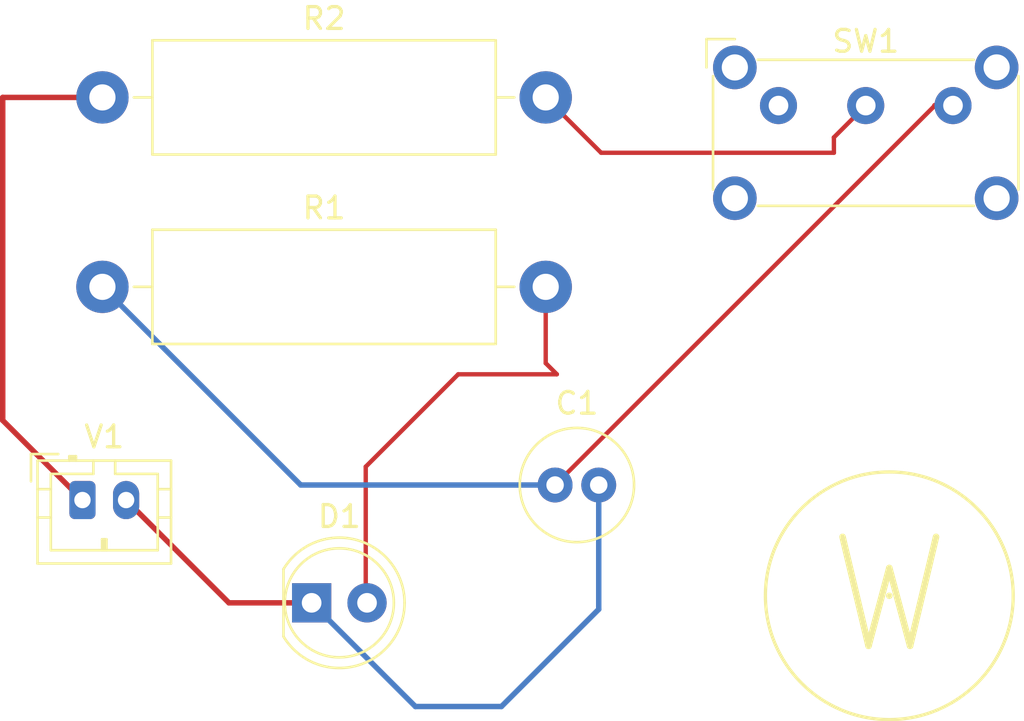
<source format=kicad_pcb>
(kicad_pcb (version 20211014) (generator pcbnew)
  (layers (0 "F.Cu" signal) (31 "B.Cu" signal) (34 "B.Paste" user) (35 "F.Paste" user) (36 "B.SilkS" user "B.Silkscreen") (37 "F.SilkS" user "F.Silkscreen") (38 "B.Mask" user) (39 "F.Mask" user) (44 "Edge.Cuts" user))
  (net 0 "")
  (net 1 "Net-(C1-Pad1)")
  (net 2 "Net-(C1-Pad2)")
  (net 3 "Net-(D1-Pad2)")
  (net 4 "Net-(R2-Pad1)")
  (net 5 "Net-(R2-Pad2)")
  (footprint "Button_Switch_THT:SW_E-Switch_EG1224_SPDT_Angled" (layer "F.Cu") (at 157.48 79.115)
    (fp_text reference "SW1" (at 4 -2.95) (layer "F.SilkS"))
    (fp_text value "SW_SPDT")
    (fp_line (start -3 3.85) (end -3 -1.35) (layer "F.SilkS") (width 0.12))
    (fp_line (start 11 -1.35) (end 11 3.85) (layer "F.SilkS") (width 0.12))
    (fp_line (start -3.3 -3.05) (end -2 -3.05) (layer "F.SilkS") (width 0.12))
    (fp_line (start -3.3 -1.75) (end -3.3 -3.05) (layer "F.SilkS") (width 0.12))
    (fp_line (start -0.95 -2.1) (end 8.95 -2.1) (layer "F.SilkS") (width 0.12))
    (fp_line (start 8.95 4.6) (end -0.95 4.6) (layer "F.SilkS") (width 0.12))
    (pad "" thru_hole circle (at 10 4.25) (size 2 2) (drill 1.2) (layers *.Cu *.Mask))
    (pad "" thru_hole circle (at 10 -1.75) (size 2 2) (drill 1.2) (layers *.Cu *.Mask))
    (pad "" thru_hole circle (at -2 4.25) (size 2 2) (drill 1.2) (layers *.Cu *.Mask))
    (pad "" thru_hole circle (at -2 -1.75) (size 2 2) (drill 1.2) (layers *.Cu *.Mask))
    (pad "1" thru_hole circle (at 0 0) (size 1.7 1.7) (drill 0.9) (layers *.Cu *.Mask))
    (pad "2" thru_hole circle (at 4 0) (size 1.7 1.7) (drill 0.9) (layers *.Cu *.Mask) (net 5 "Net-(R2-Pad2)"))
    (pad "3" thru_hole circle (at 8 0) (size 1.7 1.7) (drill 0.9) (layers *.Cu *.Mask) (net 1 "Net-(C1-Pad1)"))
  )
  (footprint "Capacitor_THT:C_Radial_D5.0mm_H11.0mm_P2.00mm" (layer "F.Cu") (at 147.24 96.52)
    (fp_text reference "C1" (at 1 -3.75) (layer "F.SilkS"))
    (fp_text value "4.7 uF")
    (fp_circle (center 1 0) (end 3.62 0) (layer "F.SilkS") (width 0.12) (fill none))
    (pad "1" thru_hole circle (at 0 0) (size 1.6 1.6) (drill 0.8) (layers *.Cu *.Mask) (net 1 "Net-(C1-Pad1)"))
    (pad "2" thru_hole circle (at 2 0) (size 1.6 1.6) (drill 0.8) (layers *.Cu *.Mask) (net 2 "Net-(C1-Pad2)"))
  )
  (footprint "Connector_JST:JST_PH_B2B-PH-K_1x02_P2.00mm_Vertical" (layer "F.Cu") (at 125.575 97.21)
    (fp_text reference "V1" (at 1 -2.9) (layer "F.SilkS"))
    (fp_text value "9 V")
    (fp_line (start 4.06 -1.81) (end -2.06 -1.81) (layer "F.SilkS") (width 0.12))
    (fp_line (start -0.3 -2.01) (end -0.6 -2.01) (layer "F.SilkS") (width 0.12))
    (fp_line (start -0.3 -1.91) (end -0.6 -1.91) (layer "F.SilkS") (width 0.12))
    (fp_line (start 0.9 1.8) (end 1.1 1.8) (layer "F.SilkS") (width 0.12))
    (fp_line (start 1.1 1.8) (end 1.1 2.3) (layer "F.SilkS") (width 0.12))
    (fp_line (start -2.36 -2.11) (end -2.36 -0.86) (layer "F.SilkS") (width 0.12))
    (fp_line (start -1.11 -2.11) (end -2.36 -2.11) (layer "F.SilkS") (width 0.12))
    (fp_line (start 0.5 -1.81) (end 0.5 -1.2) (layer "F.SilkS") (width 0.12))
    (fp_line (start 4.06 0.8) (end 3.45 0.8) (layer "F.SilkS") (width 0.12))
    (fp_line (start -0.6 -2.01) (end -0.6 -1.81) (layer "F.SilkS") (width 0.12))
    (fp_line (start -2.06 0.8) (end -1.45 0.8) (layer "F.SilkS") (width 0.12))
    (fp_line (start -1.45 2.3) (end 3.45 2.3) (layer "F.SilkS") (width 0.12))
    (fp_line (start 3.45 -1.2) (end 1.5 -1.2) (layer "F.SilkS") (width 0.12))
    (fp_line (start 1.5 -1.2) (end 1.5 -1.81) (layer "F.SilkS") (width 0.12))
    (fp_line (start -0.3 -1.81) (end -0.3 -2.01) (layer "F.SilkS") (width 0.12))
    (fp_line (start 0.9 2.3) (end 0.9 1.8) (layer "F.SilkS") (width 0.12))
    (fp_line (start -2.06 -1.81) (end -2.06 2.91) (layer "F.SilkS") (width 0.12))
    (fp_line (start -2.06 2.91) (end 4.06 2.91) (layer "F.SilkS") (width 0.12))
    (fp_line (start 0.5 -1.2) (end -1.45 -1.2) (layer "F.SilkS") (width 0.12))
    (fp_line (start 3.45 2.3) (end 3.45 -1.2) (layer "F.SilkS") (width 0.12))
    (fp_line (start 4.06 2.91) (end 4.06 -1.81) (layer "F.SilkS") (width 0.12))
    (fp_line (start -1.45 -1.2) (end -1.45 2.3) (layer "F.SilkS") (width 0.12))
    (fp_line (start 1 2.3) (end 1 1.8) (layer "F.SilkS") (width 0.12))
    (fp_line (start -2.06 -0.5) (end -1.45 -0.5) (layer "F.SilkS") (width 0.12))
    (fp_line (start 4.06 -0.5) (end 3.45 -0.5) (layer "F.SilkS") (width 0.12))
    (pad "1" thru_hole roundrect (at 0 0) (size 1.2 1.75) (drill 0.75) (layers *.Cu *.Mask) (roundrect_rratio 0.208333) (net 4 "Net-(R2-Pad1)"))
    (pad "2" thru_hole oval (at 2 0) (size 1.2 1.75) (drill 0.75) (layers *.Cu *.Mask) (net 2 "Net-(C1-Pad2)"))
  )
  (footprint "Resistor_THT:R_Axial_DIN0516_L15.5mm_D5.0mm_P20.32mm_Horizontal" (layer "F.Cu") (at 126.49 87.43)
    (fp_text reference "R1" (at 10.16 -3.62) (layer "F.SilkS"))
    (fp_text value "20 kOhm")
    (fp_line (start 2.29 2.62) (end 18.03 2.62) (layer "F.SilkS") (width 0.12))
    (fp_line (start 2.29 -2.62) (end 2.29 2.62) (layer "F.SilkS") (width 0.12))
    (fp_line (start 18.03 -2.62) (end 2.29 -2.62) (layer "F.SilkS") (width 0.12))
    (fp_line (start 18.03 2.62) (end 18.03 -2.62) (layer "F.SilkS") (width 0.12))
    (fp_line (start 18.88 0) (end 18.03 0) (layer "F.SilkS") (width 0.12))
    (fp_line (start 1.44 0) (end 2.29 0) (layer "F.SilkS") (width 0.12))
    (pad "1" thru_hole circle (at 0 0) (size 2.4 2.4) (drill 1.2) (layers *.Cu *.Mask) (net 1 "Net-(C1-Pad1)"))
    (pad "2" thru_hole oval (at 20.32 0) (size 2.4 2.4) (drill 1.2) (layers *.Cu *.Mask) (net 3 "Net-(D1-Pad2)"))
  )
  (footprint "LED_THT:LED_D5.0mm" (layer "F.Cu") (at 136.079984 101.924084)
    (fp_text reference "D1" (at 1.27 -3.96) (layer "F.SilkS"))
    (fp_text value "LED")
    (fp_line (start -1.29 -1.545) (end -1.29 1.545) (layer "F.SilkS") (width 0.12))
    (fp_arc (start 4.26 -0.000462) (mid 2.072002 2.880433) (end -1.29 1.54483) (layer "F.SilkS") (width 0.12))
    (fp_arc (start -1.29 -1.54483) (mid 2.072002 -2.880433) (end 4.26 0.000462) (layer "F.SilkS") (width 0.12))
    (fp_circle (center 1.27 0) (end 3.77 0) (layer "F.SilkS") (width 0.12) (fill none))
    (pad "1" thru_hole rect (at 0 0) (size 1.8 1.8) (drill 0.9) (layers *.Cu *.Mask) (net 2 "Net-(C1-Pad2)"))
    (pad "2" thru_hole circle (at 2.54 0) (size 1.8 1.8) (drill 0.9) (layers *.Cu *.Mask) (net 3 "Net-(D1-Pad2)"))
  )
  (footprint "Resistor_THT:R_Axial_DIN0516_L15.5mm_D5.0mm_P20.32mm_Horizontal" (layer "F.Cu") (at 126.49 78.74)
    (fp_text reference "R2" (at 10.16 -3.62) (layer "F.SilkS"))
    (fp_text value "2.2 kOhm")
    (fp_line (start 18.03 2.62) (end 18.03 -2.62) (layer "F.SilkS") (width 0.12))
    (fp_line (start 2.29 2.62) (end 18.03 2.62) (layer "F.SilkS") (width 0.12))
    (fp_line (start 18.03 -2.62) (end 2.29 -2.62) (layer "F.SilkS") (width 0.12))
    (fp_line (start 1.44 0) (end 2.29 0) (layer "F.SilkS") (width 0.12))
    (fp_line (start 2.29 -2.62) (end 2.29 2.62) (layer "F.SilkS") (width 0.12))
    (fp_line (start 18.88 0) (end 18.03 0) (layer "F.SilkS") (width 0.12))
    (pad "1" thru_hole circle (at 0 0) (size 2.4 2.4) (drill 1.2) (layers *.Cu *.Mask) (net 4 "Net-(R2-Pad1)"))
    (pad "2" thru_hole oval (at 20.32 0) (size 2.4 2.4) (drill 1.2) (layers *.Cu *.Mask) (net 5 "Net-(R2-Pad2)"))
  )
  (gr_circle (center 162.56 101.6) (end 157.48 99.06) (layer "F.SilkS") (width 0.15) (fill none))
  (gr_circle (center 162.56 101.6) (end 162.56 101.6) (layer "F.SilkS") (width 0.15) (fill none))
  (gr_text "W\n" (at 162.56 101.6) (layer "F.SilkS") (effects (font (size 5 5) (thickness 0.3))))
  (segment (start 164.645 79.115) (end 147.24 96.52) (width 0.2) (layer "F.Cu") (net 1))
  (segment (start 165.48 79.115) (end 164.645 79.115) (width 0.25) (layer "F.Cu") (net 1))
  (segment (start 135.58 96.52) (end 126.49 87.43) (width 0.25) (layer "B.Cu") (net 1))
  (segment (start 147.24 96.52) (end 135.58 96.52) (width 0.25) (layer "B.Cu") (net 1))
  (segment (start 132.289084 101.924084) (end 127.575 97.21) (width 0.25) (layer "F.Cu") (net 2))
  (segment (start 136.079984 101.924084) (end 132.289084 101.924084) (width 0.25) (layer "F.Cu") (net 2))
  (segment (start 140.8359 106.68) (end 144.78 106.68) (width 0.25) (layer "B.Cu") (net 2))
  (segment (start 136.079984 101.924084) (end 140.8359 106.68) (width 0.25) (layer "B.Cu") (net 2))
  (segment (start 149.24 102.22) (end 149.24 96.52) (width 0.25) (layer "B.Cu") (net 2))
  (segment (start 144.78 106.68) (end 149.24 102.22) (width 0.25) (layer "B.Cu") (net 2))
  (segment (start 138.559904 95.680096) (end 138.559904 101.999332) (width 0.2) (layer "F.Cu") (net 3))
  (segment (start 147.32 91.44) (end 146.81 90.93) (width 0.2) (layer "F.Cu") (net 3))
  (segment (start 142.8 91.44) (end 147.32 91.44) (width 0.2) (layer "F.Cu") (net 3))
  (segment (start 146.81 90.93) (end 146.81 87.43) (width 0.2) (layer "F.Cu") (net 3))
  (segment (start 138.559904 95.680096) (end 142.8 91.44) (width 0.2) (layer "F.Cu") (net 3))
  (segment (start 121.92 93.555) (end 121.92 78.74) (width 0.25) (layer "F.Cu") (net 4))
  (segment (start 125.575 97.21) (end 121.92 93.555) (width 0.25) (layer "F.Cu") (net 4))
  (segment (start 121.92 78.74) (end 126.49 78.74) (width 0.25) (layer "F.Cu") (net 4))
  (segment (start 146.81 78.74) (end 149.35 81.28) (width 0.2) (layer "F.Cu") (net 5))
  (segment (start 149.35 81.28) (end 160.02 81.28) (width 0.2) (layer "F.Cu") (net 5))
  (segment (start 160.02 81.28) (end 160.02 80.575) (width 0.2) (layer "F.Cu") (net 5))
  (segment (start 160.02 80.575) (end 161.48 79.115) (width 0.2) (layer "F.Cu") (net 5))
)
</source>
